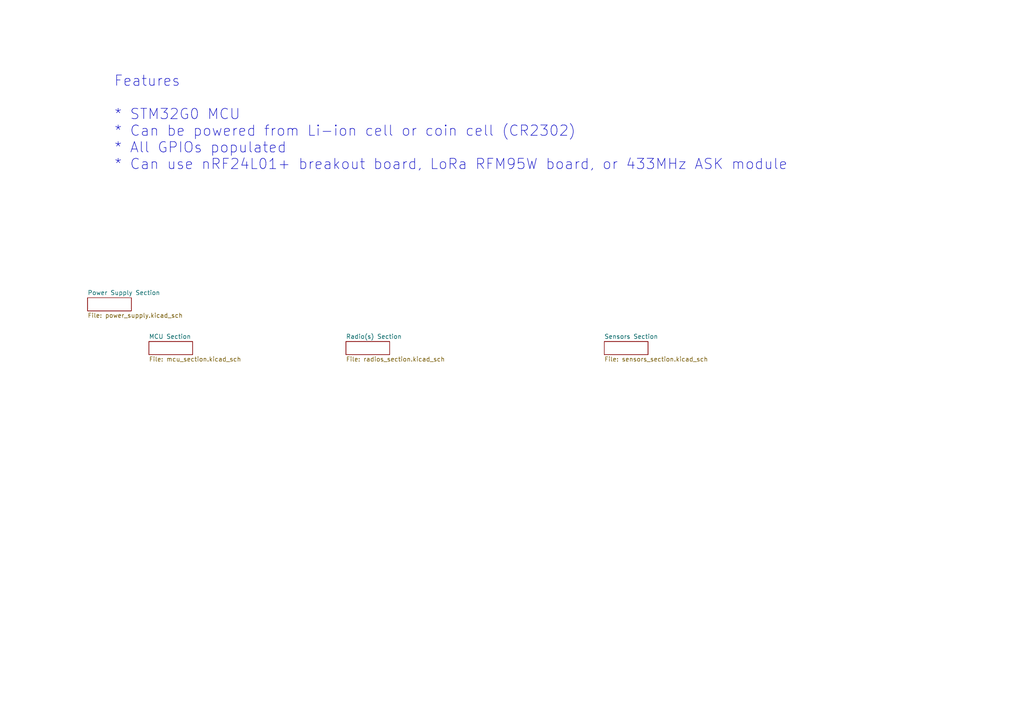
<source format=kicad_sch>
(kicad_sch (version 20230121) (generator eeschema)
  (paper "A4")
  (lib_symbols)
  (text "Features\n\n* STM32G0 MCU\n* Can be powered from Li-ion cell or coin cell (CR2302)\n* All GPIOs populated\n* Can use nRF24L01+ breakout board, LoRa RFM95W board, or 433MHz ASK module" (at 33.02 49.53 0) (effects (font (size 3 3)) (justify left bottom)))
  (sheet (at 175.26 99.06) (size 12.7 3.81) (stroke (width 0.1524))
    (property "Sheetname" "Sensors Section" (at 175.26 98.3484 0) (effects (justify left bottom)))
    (property "Sheetfile" "sensors_section.kicad_sch" (at 175.26 103.4546 0) (effects (justify left top)))
  )
  (sheet (at 100.33 99.06) (size 12.7 3.81) (stroke (width 0.1524))
    (property "Sheetname" "Radio(s) Section" (at 100.33 98.3484 0) (effects (justify left bottom)))
    (property "Sheetfile" "radios_section.kicad_sch" (at 100.33 103.4546 0) (effects (justify left top)))
  )
  (sheet (at 43.18 99.06) (size 12.7 3.81) (stroke (width 0.1524))
    (property "Sheetname" "MCU Section" (at 43.18 98.3484 0) (effects (justify left bottom)))
    (property "Sheetfile" "mcu_section.kicad_sch" (at 43.18 103.4546 0) (effects (justify left top)))
  )
  (sheet (at 25.4 86.36) (size 12.7 3.81) (stroke (width 0.1524))
    (property "Sheetname" "Power Supply Section" (at 25.4 85.6484 0) (effects (justify left bottom)))
    (property "Sheetfile" "power_supply.kicad_sch" (at 25.4 90.7546 0) (effects (justify left top)))
  )
)
</source>
